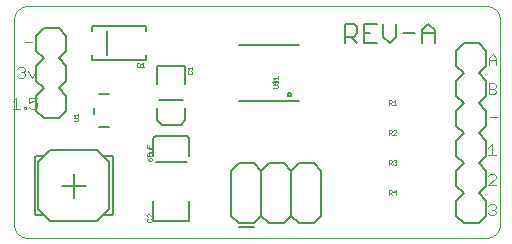
<source format=gto>
G75*
G70*
%OFA0B0*%
%FSLAX24Y24*%
%IPPOS*%
%LPD*%
%AMOC8*
5,1,8,0,0,1.08239X$1,22.5*
%
%ADD10C,0.0000*%
%ADD11C,0.0030*%
%ADD12C,0.0060*%
%ADD13C,0.0080*%
%ADD14C,0.0010*%
%ADD15C,0.0050*%
D10*
X000850Y000550D02*
X016070Y000550D01*
X016114Y000552D01*
X016157Y000558D01*
X016199Y000567D01*
X016241Y000580D01*
X016281Y000597D01*
X016320Y000617D01*
X016357Y000640D01*
X016391Y000667D01*
X016424Y000696D01*
X016453Y000729D01*
X016480Y000763D01*
X016503Y000800D01*
X016523Y000839D01*
X016540Y000879D01*
X016553Y000921D01*
X016562Y000963D01*
X016568Y001006D01*
X016570Y001050D01*
X016570Y007796D01*
X016568Y007840D01*
X016562Y007883D01*
X016553Y007925D01*
X016540Y007967D01*
X016523Y008007D01*
X016503Y008046D01*
X016480Y008083D01*
X016453Y008117D01*
X016424Y008150D01*
X016391Y008179D01*
X016357Y008206D01*
X016320Y008229D01*
X016281Y008249D01*
X016241Y008266D01*
X016199Y008279D01*
X016157Y008288D01*
X016114Y008294D01*
X016070Y008296D01*
X000850Y008296D01*
X000806Y008294D01*
X000763Y008288D01*
X000721Y008279D01*
X000679Y008266D01*
X000639Y008249D01*
X000600Y008229D01*
X000563Y008206D01*
X000529Y008179D01*
X000496Y008150D01*
X000467Y008117D01*
X000440Y008083D01*
X000417Y008046D01*
X000397Y008007D01*
X000380Y007967D01*
X000367Y007925D01*
X000358Y007883D01*
X000352Y007840D01*
X000350Y007796D01*
X000350Y001050D01*
X000352Y001006D01*
X000358Y000963D01*
X000367Y000921D01*
X000380Y000879D01*
X000397Y000839D01*
X000417Y000800D01*
X000440Y000763D01*
X000467Y000729D01*
X000496Y000696D01*
X000529Y000667D01*
X000563Y000640D01*
X000600Y000617D01*
X000639Y000597D01*
X000679Y000580D01*
X000721Y000567D01*
X000763Y000558D01*
X000806Y000552D01*
X000850Y000550D01*
D11*
X000929Y004865D02*
X000867Y004927D01*
X000929Y004865D02*
X001053Y004865D01*
X001114Y004927D01*
X001114Y005050D01*
X001053Y005112D01*
X000991Y005112D01*
X000867Y005050D01*
X000867Y005235D01*
X001114Y005235D01*
X000438Y005235D02*
X000438Y004865D01*
X000315Y004865D02*
X000562Y004865D01*
X000683Y004865D02*
X000683Y004927D01*
X000745Y004927D01*
X000745Y004865D01*
X000683Y004865D01*
X000315Y005112D02*
X000438Y005235D01*
X000527Y005890D02*
X000465Y005952D01*
X000527Y005890D02*
X000650Y005890D01*
X000712Y005952D01*
X000712Y006013D01*
X000650Y006075D01*
X000588Y006075D01*
X000650Y006075D02*
X000712Y006137D01*
X000712Y006199D01*
X000650Y006260D01*
X000527Y006260D01*
X000465Y006199D01*
X000833Y006137D02*
X000957Y005890D01*
X001080Y006137D01*
X000962Y007103D02*
X000715Y007103D01*
X016190Y006562D02*
X016190Y006315D01*
X016437Y006315D02*
X016437Y006562D01*
X016313Y006685D01*
X016190Y006562D01*
X016190Y006500D02*
X016437Y006500D01*
X016375Y005710D02*
X016190Y005710D01*
X016190Y005340D01*
X016375Y005340D01*
X016437Y005402D01*
X016437Y005463D01*
X016375Y005525D01*
X016190Y005525D01*
X016375Y005525D02*
X016437Y005587D01*
X016437Y005649D01*
X016375Y005710D01*
X016462Y004578D02*
X016215Y004578D01*
X016288Y003685D02*
X016288Y003315D01*
X016165Y003315D02*
X016412Y003315D01*
X016165Y003562D02*
X016288Y003685D01*
X016227Y002685D02*
X016165Y002624D01*
X016227Y002685D02*
X016350Y002685D01*
X016412Y002624D01*
X016412Y002562D01*
X016165Y002315D01*
X016412Y002315D01*
X016350Y001685D02*
X016227Y001685D01*
X016165Y001624D01*
X016350Y001685D02*
X016412Y001624D01*
X016412Y001562D01*
X016350Y001500D01*
X016412Y001438D01*
X016412Y001377D01*
X016350Y001315D01*
X016227Y001315D01*
X016165Y001377D01*
X016288Y001500D02*
X016350Y001500D01*
D12*
X009860Y005120D02*
X007850Y005120D01*
X007850Y006980D02*
X009860Y006980D01*
X011380Y007055D02*
X011380Y007696D01*
X011700Y007696D01*
X011807Y007589D01*
X011807Y007375D01*
X011700Y007269D01*
X011380Y007269D01*
X011594Y007269D02*
X011807Y007055D01*
X012025Y007055D02*
X012452Y007055D01*
X012669Y007269D02*
X012883Y007055D01*
X013096Y007269D01*
X013096Y007696D01*
X012669Y007696D02*
X012669Y007269D01*
X012238Y007375D02*
X012025Y007375D01*
X012025Y007055D02*
X012025Y007696D01*
X012452Y007696D01*
X013314Y007375D02*
X013741Y007375D01*
X013958Y007375D02*
X014385Y007375D01*
X014385Y007482D02*
X014385Y007055D01*
X013958Y007055D02*
X013958Y007482D01*
X014172Y007696D01*
X014385Y007482D01*
D13*
X015100Y006800D02*
X015350Y007050D01*
X015850Y007050D01*
X016100Y006800D01*
X016100Y006300D01*
X015850Y006050D01*
X016100Y005800D01*
X016100Y005300D01*
X015850Y005050D01*
X016100Y004800D01*
X016100Y004300D01*
X015850Y004050D01*
X016100Y003800D01*
X016100Y003300D01*
X015850Y003050D01*
X016100Y002800D01*
X016100Y002300D01*
X015850Y002050D01*
X016100Y001800D01*
X016100Y001300D01*
X015850Y001050D01*
X015350Y001050D01*
X015100Y001300D01*
X015100Y001800D01*
X015350Y002050D01*
X015100Y002300D01*
X015100Y002800D01*
X015350Y003050D01*
X015100Y003300D01*
X015100Y003800D01*
X015350Y004050D01*
X015100Y004300D01*
X015100Y004800D01*
X015350Y005050D01*
X015100Y005300D01*
X015100Y005800D01*
X015350Y006050D01*
X015100Y006300D01*
X015100Y006800D01*
X009483Y005340D02*
X009485Y005355D01*
X009491Y005368D01*
X009500Y005380D01*
X009511Y005389D01*
X009525Y005395D01*
X009540Y005397D01*
X009555Y005395D01*
X009568Y005389D01*
X009580Y005380D01*
X009589Y005369D01*
X009595Y005355D01*
X009597Y005340D01*
X009595Y005325D01*
X009589Y005312D01*
X009580Y005300D01*
X009569Y005291D01*
X009555Y005285D01*
X009540Y005283D01*
X009525Y005285D01*
X009512Y005291D01*
X009500Y005300D01*
X009491Y005311D01*
X009485Y005325D01*
X009483Y005340D01*
X006072Y005694D02*
X006072Y006284D01*
X005128Y006284D01*
X005128Y005694D01*
X003519Y005360D02*
X003181Y005360D01*
X003031Y004906D02*
X003031Y004694D01*
X003181Y004240D02*
X003519Y004240D01*
X002100Y004800D02*
X001850Y004550D01*
X001350Y004550D01*
X001100Y004800D01*
X001100Y005300D01*
X001350Y005550D01*
X001100Y005800D01*
X001100Y006300D01*
X001350Y006550D01*
X001100Y006800D01*
X001100Y007300D01*
X001350Y007550D01*
X001850Y007550D01*
X002100Y007300D01*
X002100Y006800D01*
X001850Y006550D01*
X002100Y006300D01*
X002100Y005800D01*
X001850Y005550D01*
X002100Y005300D01*
X002100Y004800D01*
X005128Y004906D02*
X005128Y004473D01*
X005285Y004316D01*
X005915Y004316D01*
X006072Y004473D01*
X006072Y004906D01*
X004756Y006479D02*
X002944Y006479D01*
X002944Y006656D01*
X003456Y006656D02*
X003456Y007444D01*
X002944Y007444D02*
X002944Y007621D01*
X004756Y007621D01*
X004756Y007444D01*
X004756Y006656D02*
X004756Y006479D01*
X007850Y003050D02*
X008350Y003050D01*
X008600Y002800D01*
X008600Y001300D01*
X008850Y001050D01*
X009350Y001050D01*
X009600Y001300D01*
X009600Y002800D01*
X009850Y003050D01*
X010350Y003050D01*
X010600Y002800D01*
X010600Y001300D01*
X010350Y001050D01*
X009850Y001050D01*
X009600Y001300D01*
X008600Y001300D02*
X008350Y001050D01*
X007850Y001050D01*
X007600Y001300D01*
X007600Y002800D01*
X007850Y003050D01*
X008600Y002800D02*
X008850Y003050D01*
X009350Y003050D01*
X009600Y002800D01*
X008350Y000918D02*
X007850Y000918D01*
D14*
X004945Y001130D02*
X004945Y001180D01*
X004920Y001205D01*
X004945Y001252D02*
X004845Y001352D01*
X004820Y001352D01*
X004795Y001327D01*
X004795Y001277D01*
X004820Y001252D01*
X004820Y001205D02*
X004795Y001180D01*
X004795Y001130D01*
X004820Y001105D01*
X004920Y001105D01*
X004945Y001130D01*
X004945Y001252D02*
X004945Y001352D01*
X004920Y003130D02*
X004870Y003130D01*
X004870Y003205D01*
X004895Y003230D01*
X004920Y003230D01*
X004945Y003205D01*
X004945Y003155D01*
X004920Y003130D01*
X004870Y003130D02*
X004820Y003180D01*
X004795Y003230D01*
X004820Y003277D02*
X004845Y003277D01*
X004870Y003302D01*
X004870Y003352D01*
X004895Y003377D01*
X004920Y003377D01*
X004945Y003352D01*
X004945Y003302D01*
X004920Y003277D01*
X004895Y003277D01*
X004870Y003302D01*
X004870Y003352D02*
X004845Y003377D01*
X004820Y003377D01*
X004795Y003352D01*
X004795Y003302D01*
X004820Y003277D01*
X004845Y003425D02*
X004920Y003425D01*
X004945Y003450D01*
X004945Y003525D01*
X004845Y003525D01*
X004870Y003572D02*
X004870Y003622D01*
X004945Y003572D02*
X004795Y003572D01*
X004795Y003672D01*
X002495Y004480D02*
X002470Y004455D01*
X002345Y004455D01*
X002495Y004480D02*
X002495Y004530D01*
X002470Y004555D01*
X002345Y004555D01*
X002395Y004602D02*
X002345Y004652D01*
X002495Y004652D01*
X002495Y004602D02*
X002495Y004702D01*
X006149Y006035D02*
X006174Y006010D01*
X006274Y006010D01*
X006299Y006035D01*
X006299Y006085D01*
X006274Y006110D01*
X006299Y006158D02*
X006299Y006258D01*
X006299Y006208D02*
X006149Y006208D01*
X006199Y006158D01*
X006174Y006110D02*
X006149Y006085D01*
X006149Y006035D01*
X004708Y006245D02*
X004608Y006245D01*
X004658Y006245D02*
X004658Y006395D01*
X004608Y006345D01*
X004560Y006370D02*
X004535Y006395D01*
X004460Y006395D01*
X004460Y006245D01*
X004535Y006245D01*
X004560Y006270D01*
X004560Y006370D01*
X008970Y005752D02*
X009170Y005752D01*
X009145Y005727D02*
X009145Y005777D01*
X009120Y005802D01*
X009095Y005802D01*
X009070Y005777D01*
X009070Y005727D01*
X009045Y005702D01*
X009020Y005702D01*
X008995Y005727D01*
X008995Y005777D01*
X009020Y005802D01*
X009045Y005850D02*
X008995Y005900D01*
X009145Y005900D01*
X009145Y005850D02*
X009145Y005950D01*
X009145Y005727D02*
X009120Y005702D01*
X009120Y005655D02*
X008995Y005655D01*
X009120Y005655D02*
X009145Y005630D01*
X009145Y005580D01*
X009120Y005555D01*
X008995Y005555D01*
X012855Y005155D02*
X012855Y005005D01*
X012855Y005055D02*
X012930Y005055D01*
X012955Y005080D01*
X012955Y005130D01*
X012930Y005155D01*
X012855Y005155D01*
X012905Y005055D02*
X012955Y005005D01*
X013002Y005005D02*
X013102Y005005D01*
X013052Y005005D02*
X013052Y005155D01*
X013002Y005105D01*
X013027Y004155D02*
X013002Y004130D01*
X013027Y004155D02*
X013077Y004155D01*
X013102Y004130D01*
X013102Y004105D01*
X013002Y004005D01*
X013102Y004005D01*
X012955Y004005D02*
X012905Y004055D01*
X012930Y004055D02*
X012855Y004055D01*
X012855Y004005D02*
X012855Y004155D01*
X012930Y004155D01*
X012955Y004130D01*
X012955Y004080D01*
X012930Y004055D01*
X012930Y003155D02*
X012855Y003155D01*
X012855Y003005D01*
X012855Y003055D02*
X012930Y003055D01*
X012955Y003080D01*
X012955Y003130D01*
X012930Y003155D01*
X013002Y003130D02*
X013027Y003155D01*
X013077Y003155D01*
X013102Y003130D01*
X013102Y003105D01*
X013077Y003080D01*
X013102Y003055D01*
X013102Y003030D01*
X013077Y003005D01*
X013027Y003005D01*
X013002Y003030D01*
X012955Y003005D02*
X012905Y003055D01*
X013052Y003080D02*
X013077Y003080D01*
X013077Y002155D02*
X013002Y002080D01*
X013102Y002080D01*
X013077Y002005D02*
X013077Y002155D01*
X012955Y002130D02*
X012955Y002080D01*
X012930Y002055D01*
X012855Y002055D01*
X012855Y002005D02*
X012855Y002155D01*
X012930Y002155D01*
X012955Y002130D01*
X012905Y002055D02*
X012955Y002005D01*
D15*
X006191Y001802D02*
X006191Y001133D01*
X005009Y001133D01*
X005009Y001802D01*
X003649Y001355D02*
X003610Y001316D01*
X003452Y001316D01*
X003374Y001316D01*
X003334Y001316D01*
X003137Y001119D01*
X002350Y001119D01*
X001956Y001119D01*
X001563Y001119D01*
X001366Y001316D01*
X001090Y001316D01*
X001051Y001355D01*
X001051Y003245D01*
X001090Y003284D01*
X001248Y003284D01*
X001366Y003284D01*
X001563Y003481D01*
X001956Y003481D01*
X002350Y003481D01*
X003137Y003481D01*
X003334Y003284D01*
X003570Y003284D01*
X003610Y003284D01*
X003649Y003245D01*
X003649Y001355D01*
X003531Y001513D02*
X003334Y001316D01*
X003374Y001316D02*
X003452Y001316D01*
X003531Y001513D02*
X003531Y002300D01*
X003531Y003087D01*
X003334Y003284D01*
X003570Y003284D01*
X002350Y002694D02*
X002350Y002300D01*
X002350Y001906D01*
X002350Y002300D02*
X001956Y002300D01*
X002350Y002300D01*
X002744Y002300D01*
X002350Y002300D01*
X001169Y002300D02*
X001169Y003087D01*
X001366Y003284D01*
X001326Y003284D02*
X001248Y003284D01*
X001169Y002300D02*
X001169Y001513D01*
X001366Y001316D01*
X001563Y001119D02*
X001956Y001119D01*
X005088Y003101D02*
X006112Y003101D01*
X006191Y003298D02*
X006191Y003889D01*
X006112Y003967D01*
X005088Y003967D01*
X005009Y003889D01*
X005009Y003298D01*
X005200Y005150D02*
X006000Y005150D01*
M02*

</source>
